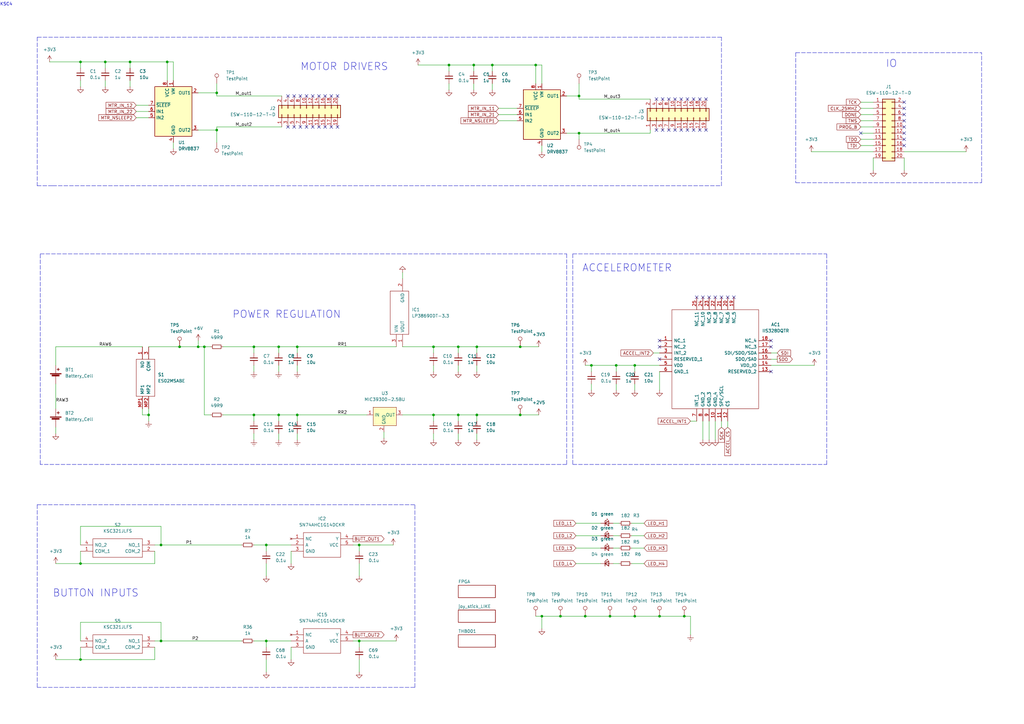
<source format=kicad_sch>
(kicad_sch (version 20211123) (generator eeschema)
  (paper "A3")
  (title_block (title "IPC Design Competition 2023") (rev "1"))
  (junction (at 270.51 252.73))
  (junction (at 187.96 142.24))
  (junction (at 147.32 262.89))
  (junction (at 184.15 26.67))
  (junction (at 43.18 25.4))
  (junction (at 83.82 142.24))
  (junction (at 195.58 170.18))
  (junction (at 222.25 252.73))
  (junction (at 242.57 149.86))
  (junction (at 73.66 142.24))
  (junction (at 213.36 170.18))
  (junction (at 104.14 142.24))
  (junction (at 195.58 142.24))
  (junction (at 53.34 25.4))
  (junction (at 237.49 54.61))
  (junction (at 147.32 223.52))
  (junction (at 66.04 223.52))
  (junction (at 81.28 142.24))
  (junction (at 252.73 149.86))
  (junction (at 88.9 53.34))
  (junction (at 109.22 262.89))
  (junction (at 88.9 38.1))
  (junction (at 219.71 26.67))
  (junction (at 109.22 223.52))
  (junction (at 240.03 252.73))
  (junction (at 213.36 142.24))
  (junction (at 177.8 170.18))
  (junction (at 121.92 170.18))
  (junction (at 66.04 262.89))
  (junction (at 33.02 270.51))
  (junction (at 260.35 149.86))
  (junction (at 33.02 25.4))
  (junction (at 33.02 231.14))
  (junction (at 104.14 170.18))
  (junction (at 194.31 26.67))
  (junction (at 114.3 170.18))
  (junction (at 60.96 170.18))
  (junction (at 68.58 25.4))
  (junction (at 250.19 252.73))
  (junction (at 187.96 170.18))
  (junction (at 260.35 252.73))
  (junction (at 201.93 26.67))
  (junction (at 114.3 142.24))
  (junction (at 177.8 142.24))
  (junction (at 229.87 252.73))
  (junction (at 280.67 252.73))
  (junction (at 237.49 39.37))
  (junction (at 121.92 142.24))
  (no_connect (at 271.78 40.64))
  (no_connect (at 370.84 46.99))
  (no_connect (at 274.32 53.34))
  (no_connect (at 276.86 53.34))
  (no_connect (at 353.06 54.61))
  (no_connect (at 289.56 53.34))
  (no_connect (at 279.4 40.64))
  (no_connect (at 284.48 53.34))
  (no_connect (at 285.75 121.92))
  (no_connect (at 370.84 44.45))
  (no_connect (at 271.78 53.34))
  (no_connect (at 316.23 152.4))
  (no_connect (at 270.51 147.32))
  (no_connect (at 370.84 49.53))
  (no_connect (at 279.4 53.34))
  (no_connect (at 269.24 53.34))
  (no_connect (at 370.84 54.61))
  (no_connect (at 370.84 41.91))
  (no_connect (at 123.19 39.37))
  (no_connect (at 118.11 39.37))
  (no_connect (at 120.65 39.37))
  (no_connect (at 370.84 57.15))
  (no_connect (at 128.27 39.37))
  (no_connect (at 130.81 39.37))
  (no_connect (at 125.73 39.37))
  (no_connect (at 133.35 52.07))
  (no_connect (at 135.89 39.37))
  (no_connect (at 138.43 52.07))
  (no_connect (at 135.89 52.07))
  (no_connect (at 130.81 52.07))
  (no_connect (at 138.43 39.37))
  (no_connect (at 128.27 52.07))
  (no_connect (at 118.11 52.07))
  (no_connect (at 125.73 52.07))
  (no_connect (at 123.19 52.07))
  (no_connect (at 120.65 52.07))
  (no_connect (at 133.35 39.37))
  (no_connect (at 269.24 40.64))
  (no_connect (at 284.48 40.64))
  (no_connect (at 274.32 40.64))
  (no_connect (at 289.56 40.64))
  (no_connect (at 290.83 121.92))
  (no_connect (at 293.37 121.92))
  (no_connect (at 295.91 121.92))
  (no_connect (at 298.45 121.92))
  (no_connect (at 300.99 121.92))
  (no_connect (at 288.29 121.92))
  (no_connect (at 316.23 139.7))
  (no_connect (at 316.23 142.24))
  (no_connect (at 270.51 139.7))
  (no_connect (at 270.51 142.24))
  (no_connect (at 287.02 53.34))
  (no_connect (at 276.86 40.64))
  (no_connect (at 370.84 52.07))
  (no_connect (at 287.02 40.64))
  (no_connect (at 281.94 40.64))
  (no_connect (at 281.94 53.34))
  (no_connect (at 370.84 59.69))
  (wire (pts (xy 20.32 25.4) (xy 33.02 25.4)))
  (wire (pts (xy 195.58 177.8) (xy 195.58 180.34)))
  (wire (pts (xy 195.58 170.18) (xy 213.36 170.18)))
  (wire (pts (xy 290.83 180.34) (xy 290.83 172.72)))
  (wire (pts (xy 288.29 180.34) (xy 288.29 172.72)))
  (wire (pts (xy 43.18 33.02) (xy 43.18 35.56)))
  (wire (pts (xy 58.42 167.64) (xy 58.42 170.18)))
  (wire (pts (xy 53.34 25.4) (xy 68.58 25.4)))
  (wire (pts (xy 283.21 252.73) (xy 280.67 252.73)))
  (wire (pts (xy 33.02 33.02) (xy 33.02 35.56)))
  (wire (pts (xy 104.14 170.18) (xy 114.3 170.18)))
  (wire (pts (xy 316.23 144.78) (xy 318.77 144.78)))
  (wire (pts (xy 83.82 142.24) (xy 83.82 170.18)))
  (wire (pts (xy 71.12 58.42) (xy 71.12 60.96)))
  (wire (pts (xy 104.14 149.86) (xy 104.14 152.4)))
  (wire (pts (xy 237.49 54.61) (xy 266.7 54.61)))
  (wire (pts (xy 283.21 260.35) (xy 283.21 252.73)))
  (wire (pts (xy 260.35 149.86) (xy 270.51 149.86)))
  (wire (pts (xy 33.02 270.51) (xy 33.02 265.43)))
  (wire (pts (xy 121.92 177.8) (xy 121.92 180.34)))
  (wire (pts (xy 177.8 172.72) (xy 177.8 170.18)))
  (wire (pts (xy 115.57 52.07) (xy 88.9 52.07)))
  (wire (pts (xy 201.93 34.29) (xy 201.93 36.83)))
  (wire (pts (xy 353.06 46.99) (xy 358.14 46.99)))
  (wire (pts (xy 259.08 231.14) (xy 264.16 231.14)))
  (wire (pts (xy 232.41 39.37) (xy 237.49 39.37)))
  (wire (pts (xy 260.35 152.4) (xy 260.35 149.86)))
  (wire (pts (xy 114.3 142.24) (xy 121.92 142.24)))
  (wire (pts (xy 66.04 223.52) (xy 63.5 223.52)))
  (wire (pts (xy 58.42 170.18) (xy 60.96 170.18)))
  (wire (pts (xy 187.96 170.18) (xy 187.96 172.72)))
  (wire (pts (xy 187.96 149.86) (xy 187.96 152.4)))
  (polyline (pts (xy 15.24 207.01) (xy 15.24 281.94)))
  (wire (pts (xy 213.36 142.24) (xy 220.98 142.24)))
  (wire (pts (xy 251.46 231.14) (xy 254 231.14)))
  (wire (pts (xy 88.9 34.29) (xy 88.9 38.1)))
  (wire (pts (xy 353.06 54.61) (xy 358.14 54.61)))
  (wire (pts (xy 358.14 64.77) (xy 358.14 69.85)))
  (wire (pts (xy 109.22 275.59) (xy 109.22 270.51)))
  (wire (pts (xy 270.51 252.73) (xy 280.67 252.73)))
  (wire (pts (xy 260.35 252.73) (xy 270.51 252.73)))
  (wire (pts (xy 237.49 57.15) (xy 237.49 54.61)))
  (wire (pts (xy 114.3 149.86) (xy 114.3 152.4)))
  (wire (pts (xy 187.96 142.24) (xy 187.96 144.78)))
  (wire (pts (xy 43.18 25.4) (xy 43.18 27.94)))
  (wire (pts (xy 147.32 275.59) (xy 147.32 270.51)))
  (wire (pts (xy 184.15 26.67) (xy 194.31 26.67)))
  (wire (pts (xy 71.12 25.4) (xy 71.12 33.02)))
  (polyline (pts (xy 326.39 74.93) (xy 402.59 74.93)))
  (wire (pts (xy 22.86 142.24) (xy 58.42 142.24)))
  (wire (pts (xy 121.92 172.72) (xy 121.92 170.18)))
  (polyline (pts (xy 295.91 15.24) (xy 15.24 15.24)))
  (wire (pts (xy 144.78 262.89) (xy 147.32 262.89)))
  (wire (pts (xy 104.14 144.78) (xy 104.14 142.24)))
  (wire (pts (xy 222.25 257.81) (xy 222.25 252.73)))
  (wire (pts (xy 147.32 223.52) (xy 161.29 223.52)))
  (wire (pts (xy 240.03 149.86) (xy 242.57 149.86)))
  (wire (pts (xy 33.02 27.94) (xy 33.02 25.4)))
  (polyline (pts (xy 16.51 104.14) (xy 232.41 104.14)))
  (wire (pts (xy 60.96 167.64) (xy 60.96 170.18)))
  (wire (pts (xy 68.58 25.4) (xy 71.12 25.4)))
  (wire (pts (xy 33.02 215.9) (xy 66.04 215.9)))
  (wire (pts (xy 187.96 170.18) (xy 195.58 170.18)))
  (wire (pts (xy 353.06 49.53) (xy 358.14 49.53)))
  (wire (pts (xy 260.35 157.48) (xy 260.35 160.02)))
  (wire (pts (xy 109.22 262.89) (xy 119.38 262.89)))
  (wire (pts (xy 66.04 262.89) (xy 63.5 262.89)))
  (wire (pts (xy 22.86 270.51) (xy 33.02 270.51)))
  (wire (pts (xy 242.57 149.86) (xy 252.73 149.86)))
  (wire (pts (xy 229.87 252.73) (xy 240.03 252.73)))
  (wire (pts (xy 165.1 170.18) (xy 177.8 170.18)))
  (wire (pts (xy 55.88 48.26) (xy 60.96 48.26)))
  (wire (pts (xy 66.04 255.27) (xy 66.04 262.89)))
  (wire (pts (xy 114.3 142.24) (xy 114.3 144.78)))
  (wire (pts (xy 33.02 231.14) (xy 33.02 226.06)))
  (wire (pts (xy 222.25 252.73) (xy 229.87 252.73)))
  (wire (pts (xy 66.04 262.89) (xy 99.06 262.89)))
  (wire (pts (xy 177.8 177.8) (xy 177.8 180.34)))
  (wire (pts (xy 53.34 27.94) (xy 53.34 25.4)))
  (wire (pts (xy 73.66 142.24) (xy 81.28 142.24)))
  (wire (pts (xy 91.44 170.18) (xy 104.14 170.18)))
  (polyline (pts (xy 15.24 15.24) (xy 15.24 76.2)))
  (wire (pts (xy 104.14 262.89) (xy 109.22 262.89)))
  (wire (pts (xy 237.49 40.64) (xy 237.49 39.37)))
  (wire (pts (xy 109.22 223.52) (xy 119.38 223.52)))
  (wire (pts (xy 33.02 231.14) (xy 63.5 231.14)))
  (wire (pts (xy 251.46 214.63) (xy 254 214.63)))
  (wire (pts (xy 88.9 39.37) (xy 88.9 38.1)))
  (wire (pts (xy 147.32 262.89) (xy 147.32 265.43)))
  (wire (pts (xy 81.28 142.24) (xy 83.82 142.24)))
  (wire (pts (xy 22.86 167.64) (xy 22.86 157.48)))
  (polyline (pts (xy 21.59 76.2) (xy 295.91 76.2)))
  (wire (pts (xy 213.36 170.18) (xy 220.98 170.18)))
  (wire (pts (xy 88.9 52.07) (xy 88.9 53.34)))
  (wire (pts (xy 283.21 172.72) (xy 285.75 172.72)))
  (wire (pts (xy 201.93 29.21) (xy 201.93 26.67)))
  (wire (pts (xy 121.92 142.24) (xy 121.92 144.78)))
  (wire (pts (xy 109.22 236.22) (xy 109.22 231.14)))
  (wire (pts (xy 119.38 270.51) (xy 119.38 265.43)))
  (wire (pts (xy 219.71 252.73) (xy 222.25 252.73)))
  (wire (pts (xy 162.56 142.24) (xy 121.92 142.24)))
  (wire (pts (xy 237.49 34.29) (xy 237.49 39.37)))
  (wire (pts (xy 114.3 170.18) (xy 114.3 172.72)))
  (wire (pts (xy 147.32 223.52) (xy 147.32 226.06)))
  (wire (pts (xy 195.58 149.86) (xy 195.58 152.4)))
  (wire (pts (xy 251.46 219.71) (xy 254 219.71)))
  (wire (pts (xy 353.06 59.69) (xy 358.14 59.69)))
  (wire (pts (xy 66.04 223.52) (xy 99.06 223.52)))
  (wire (pts (xy 177.8 142.24) (xy 187.96 142.24)))
  (wire (pts (xy 194.31 26.67) (xy 194.31 29.21)))
  (wire (pts (xy 66.04 215.9) (xy 66.04 223.52)))
  (wire (pts (xy 114.3 170.18) (xy 121.92 170.18)))
  (wire (pts (xy 259.08 214.63) (xy 264.16 214.63)))
  (wire (pts (xy 121.92 149.86) (xy 121.92 152.4)))
  (wire (pts (xy 177.8 144.78) (xy 177.8 142.24)))
  (polyline (pts (xy 402.59 74.93) (xy 402.59 21.59)))
  (wire (pts (xy 115.57 39.37) (xy 88.9 39.37)))
  (wire (pts (xy 204.47 49.53) (xy 212.09 49.53)))
  (wire (pts (xy 22.86 149.86) (xy 22.86 142.24)))
  (wire (pts (xy 332.74 62.23) (xy 358.14 62.23)))
  (wire (pts (xy 33.02 25.4) (xy 43.18 25.4)))
  (polyline (pts (xy 15.24 76.2) (xy 21.59 76.2)))
  (wire (pts (xy 109.22 262.89) (xy 109.22 265.43)))
  (polyline (pts (xy 326.39 21.59) (xy 402.59 21.59)))
  (wire (pts (xy 33.02 223.52) (xy 33.02 215.9)))
  (polyline (pts (xy 326.39 21.59) (xy 326.39 74.93)))
  (wire (pts (xy 63.5 265.43) (xy 63.5 270.51)))
  (wire (pts (xy 222.25 59.69) (xy 222.25 62.23)))
  (wire (pts (xy 53.34 33.02) (xy 53.34 35.56)))
  (wire (pts (xy 194.31 26.67) (xy 201.93 26.67)))
  (wire (pts (xy 266.7 40.64) (xy 237.49 40.64)))
  (wire (pts (xy 250.19 252.73) (xy 260.35 252.73)))
  (wire (pts (xy 298.45 172.72) (xy 298.45 175.26)))
  (wire (pts (xy 147.32 262.89) (xy 162.56 262.89)))
  (wire (pts (xy 83.82 170.18) (xy 86.36 170.18)))
  (wire (pts (xy 109.22 223.52) (xy 109.22 226.06)))
  (wire (pts (xy 242.57 157.48) (xy 242.57 160.02)))
  (polyline (pts (xy 232.41 190.5) (xy 16.51 190.5)))
  (wire (pts (xy 55.88 45.72) (xy 60.96 45.72)))
  (wire (pts (xy 171.45 26.67) (xy 184.15 26.67)))
  (wire (pts (xy 353.06 52.07) (xy 358.14 52.07)))
  (wire (pts (xy 252.73 157.48) (xy 252.73 160.02)))
  (wire (pts (xy 219.71 26.67) (xy 222.25 26.67)))
  (polyline (pts (xy 339.09 190.5) (xy 339.09 104.14)))
  (wire (pts (xy 201.93 26.67) (xy 219.71 26.67)))
  (wire (pts (xy 293.37 180.34) (xy 293.37 172.72)))
  (wire (pts (xy 22.86 231.14) (xy 33.02 231.14)))
  (wire (pts (xy 33.02 255.27) (xy 66.04 255.27)))
  (polyline (pts (xy 234.95 190.5) (xy 339.09 190.5)))
  (wire (pts (xy 147.32 236.22) (xy 147.32 231.14)))
  (wire (pts (xy 81.28 142.24) (xy 81.28 139.7)))
  (wire (pts (xy 270.51 160.02) (xy 270.51 152.4)))
  (wire (pts (xy 194.31 34.29) (xy 194.31 36.83)))
  (wire (pts (xy 184.15 29.21) (xy 184.15 26.67)))
  (wire (pts (xy 240.03 252.73) (xy 250.19 252.73)))
  (wire (pts (xy 144.78 223.52) (xy 147.32 223.52)))
  (wire (pts (xy 195.58 144.78) (xy 195.58 142.24)))
  (wire (pts (xy 266.7 54.61) (xy 266.7 53.34)))
  (wire (pts (xy 121.92 170.18) (xy 150.495 170.18)))
  (wire (pts (xy 60.96 170.18) (xy 60.96 172.72)))
  (wire (pts (xy 184.15 34.29) (xy 184.15 36.83)))
  (wire (pts (xy 157.48 177.165) (xy 157.48 179.705)))
  (wire (pts (xy 259.08 219.71) (xy 264.16 219.71)))
  (wire (pts (xy 177.8 170.18) (xy 187.96 170.18)))
  (wire (pts (xy 22.86 177.8) (xy 22.86 175.26)))
  (wire (pts (xy 81.28 53.34) (xy 88.9 53.34)))
  (wire (pts (xy 252.73 149.86) (xy 252.73 152.4)))
  (wire (pts (xy 219.71 26.67) (xy 219.71 34.29)))
  (wire (pts (xy 43.18 25.4) (xy 53.34 25.4)))
  (wire (pts (xy 88.9 58.42) (xy 88.9 53.34)))
  (wire (pts (xy 119.38 231.14) (xy 119.38 226.06)))
  (wire (pts (xy 316.23 147.32) (xy 318.77 147.32)))
  (wire (pts (xy 104.14 172.72) (xy 104.14 170.18)))
  (wire (pts (xy 353.06 57.15) (xy 358.14 57.15)))
  (wire (pts (xy 370.84 64.77) (xy 370.84 69.85)))
  (wire (pts (xy 232.41 54.61) (xy 237.49 54.61)))
  (wire (pts (xy 252.73 149.86) (xy 260.35 149.86)))
  (wire (pts (xy 222.25 26.67) (xy 222.25 34.29)))
  (wire (pts (xy 187.96 177.8) (xy 187.96 180.34)))
  (wire (pts (xy 114.3 177.8) (xy 114.3 180.34)))
  (polyline (pts (xy 295.91 76.2) (xy 295.91 15.24)))
  (wire (pts (xy 33.02 270.51) (xy 63.5 270.51)))
  (polyline (pts (xy 232.41 104.14) (xy 232.41 190.5)))
  (polyline (pts (xy 15.24 281.94) (xy 170.18 281.94)))
  (wire (pts (xy 33.02 262.89) (xy 33.02 255.27)))
  (wire (pts (xy 55.88 43.18) (xy 60.96 43.18)))
  (polyline (pts (xy 170.18 281.94) (xy 170.18 207.01)))
  (wire (pts (xy 104.14 177.8) (xy 104.14 180.34)))
  (wire (pts (xy 195.58 142.24) (xy 213.36 142.24)))
  (wire (pts (xy 236.22 231.14) (xy 246.38 231.14)))
  (wire (pts (xy 242.57 152.4) (xy 242.57 149.86)))
  (wire (pts (xy 236.22 219.71) (xy 246.38 219.71)))
  (wire (pts (xy 60.96 142.24) (xy 73.66 142.24)))
  (wire (pts (xy 187.96 142.24) (xy 195.58 142.24)))
  (wire (pts (xy 236.22 224.79) (xy 246.38 224.79)))
  (polyline (pts (xy 16.51 190.5) (xy 16.51 104.14)))
  (wire (pts (xy 177.8 149.86) (xy 177.8 152.4)))
  (wire (pts (xy 83.82 142.24) (xy 86.36 142.24)))
  (wire (pts (xy 316.23 149.86) (xy 334.01 149.86)))
  (wire (pts (xy 236.22 214.63) (xy 246.38 214.63)))
  (wire (pts (xy 204.47 46.99) (xy 212.09 46.99)))
  (wire (pts (xy 396.24 62.23) (xy 370.84 62.23)))
  (polyline (pts (xy 234.95 104.14) (xy 339.09 104.14)))
  (wire (pts (xy 165.1 142.24) (xy 177.8 142.24)))
  (wire (pts (xy 267.97 144.78) (xy 270.51 144.78)))
  (wire (pts (xy 353.06 44.45) (xy 358.14 44.45)))
  (wire (pts (xy 295.91 172.72) (xy 295.91 175.26)))
  (polyline (pts (xy 234.95 104.14) (xy 234.95 190.5)))
  (wire (pts (xy 81.28 38.1) (xy 88.9 38.1)))
  (wire (pts (xy 204.47 44.45) (xy 212.09 44.45)))
  (wire (pts (xy 259.08 224.79) (xy 264.16 224.79)))
  (wire (pts (xy 195.58 172.72) (xy 195.58 170.18)))
  (wire (pts (xy 165.1 114.3) (xy 165.1 111.76)))
  (wire (pts (xy 104.14 142.24) (xy 114.3 142.24)))
  (polyline (pts (xy 15.24 207.01) (xy 170.18 207.01)))
  (wire (pts (xy 63.5 226.06) (xy 63.5 231.14)))
  (wire (pts (xy 251.46 224.79) (xy 254 224.79)))
  (wire (pts (xy 68.58 25.4) (xy 68.58 33.02)))
  (wire (pts (xy 104.14 223.52) (xy 109.22 223.52)))
  (wire (pts (xy 353.06 41.91) (xy 358.14 41.91)))
  (wire (pts (xy 91.44 142.24) (xy 104.14 142.24)))
  (text "KSC4" (at 0 2.54 0) (effects (font (size 1.27 1.27)) (justify left bottom)))
  (text "IO" (at 363.22 27.94 0) (effects (font (size 3 3)) (justify left bottom)))
  (text "ACCELEROMETER\n" (at 238.76 111.76 0) (effects (font (size 3 3)) (justify left bottom)))
  (text "BUTTON INPUTS" (at 21.59 245.11 0) (effects (font (size 3 3)) (justify left bottom)))
  (text "POWER REGULATION" (at 95.25 130.81 0) (effects (font (size 3 3)) (justify left bottom)))
  (text "MOTOR DRIVERS" (at 123.19 29.21 0) (effects (font (size 3 3)) (justify left bottom)))
  (label "RAW3" (at 22.86 165.1 0))
  (label "P2" (at 78.74 262.89 0))
  (label "RAW6" (at 40.64 142.24 0))
  (label "M_out2" (at 96.52 52.07 0))
  (label "M_out1" (at 96.52 39.37 0))
  (label "P1" (at 76.2 223.52 0))
  (label "RR1" (at 138.43 142.24 0))
  (label "RR2" (at 138.43 170.18 0))
  (label "M_out4" (at 247.65 54.61 0))
  (label "M_out3" (at 247.65 40.64 0))
  (global_label "SDO" (shape output) (at 318.77 147.32 0) (property "Intersheet References" "${INTERSHEET_REFS}" (effects hide)))
  (global_label "SCK" (shape input) (at 295.91 175.26 270) (property "Intersheet References" "${INTERSHEET_REFS}" (effects hide)))
  (global_label "MTR_IN_22" (shape input) (at 55.88 45.72 180) (property "Intersheet References" "${INTERSHEET_REFS}" (effects hide)))
  (global_label "LED_L2" (shape input) (at 236.22 219.71 180) (property "Intersheet References" "${INTERSHEET_REFS}" (effects hide)))
  (global_label "LED_H2" (shape input) (at 264.16 219.71 0) (property "Intersheet References" "${INTERSHEET_REFS}" (effects hide)))
  (global_label "LED_H3" (shape input) (at 264.16 224.79 0) (property "Intersheet References" "${INTERSHEET_REFS}" (effects hide)))
  (global_label "LED_L4" (shape input) (at 236.22 231.14 180) (property "Intersheet References" "${INTERSHEET_REFS}" (effects hide)))
  (global_label "ACCEL_INT1" (shape input) (at 283.21 172.72 180) (property "Intersheet References" "${INTERSHEET_REFS}" (effects hide)))
  (global_label "LED_L1" (shape input) (at 236.22 214.63 180) (property "Intersheet References" "${INTERSHEET_REFS}" (effects hide)))
  (global_label "MTR_IN_11" (shape input) (at 204.47 44.45 180) (property "Intersheet References" "${INTERSHEET_REFS}" (effects hide)))
  (global_label "MTR_IN_21" (shape input) (at 204.47 46.99 180) (property "Intersheet References" "${INTERSHEET_REFS}" (effects hide)))
  (global_label "TMS" (shape input) (at 353.06 49.53 180) (property "Intersheet References" "${INTERSHEET_REFS}" (effects hide)))
  (global_label "BUTT_OUT1" (shape output) (at 144.78 220.98 0) (property "Intersheet References" "${INTERSHEET_REFS}" (effects hide)))
  (global_label "CLK_25MHZ" (shape input) (at 353.06 44.45 180) (property "Intersheet References" "${INTERSHEET_REFS}" (effects hide)))
  (global_label "TDI" (shape input) (at 353.06 59.69 180) (property "Intersheet References" "${INTERSHEET_REFS}" (effects hide)))
  (global_label "ACCEL_INT2" (shape input) (at 267.97 144.78 180) (property "Intersheet References" "${INTERSHEET_REFS}" (effects hide)))
  (global_label "LED_H1" (shape input) (at 264.16 214.63 0) (property "Intersheet References" "${INTERSHEET_REFS}" (effects hide)))
  (global_label "ACCEL_CS" (shape input) (at 298.45 175.26 270) (property "Intersheet References" "${INTERSHEET_REFS}" (effects hide)))
  (global_label "MTR_NSLEEP2" (shape input) (at 55.88 48.26 180) (property "Intersheet References" "${INTERSHEET_REFS}" (effects hide)))
  (global_label "TCK" (shape input) (at 353.06 41.91 180) (property "Intersheet References" "${INTERSHEET_REFS}" (effects hide)))
  (global_label "TDO" (shape input) (at 353.06 57.15 180) (property "Intersheet References" "${INTERSHEET_REFS}" (effects hide)))
  (global_label "PROG_B" (shape input) (at 353.06 52.07 180) (property "Intersheet References" "${INTERSHEET_REFS}" (effects hide)))
  (global_label "LED_H4" (shape input) (at 264.16 231.14 0) (property "Intersheet References" "${INTERSHEET_REFS}" (effects hide)))
  (global_label "SDI" (shape input) (at 318.77 144.78 0) (property "Intersheet References" "${INTERSHEET_REFS}" (effects hide)))
  (global_label "MTR_NSLEEP1" (shape input) (at 204.47 49.53 180) (property "Intersheet References" "${INTERSHEET_REFS}" (effects hide)))
  (global_label "LED_L3" (shape input) (at 236.22 224.79 180) (property "Intersheet References" "${INTERSHEET_REFS}" (effects hide)))
  (global_label "DONE" (shape input) (at 353.06 46.99 180) (property "Intersheet References" "${INTERSHEET_REFS}" (effects hide)))
  (global_label "MTR_IN_12" (shape input) (at 55.88 43.18 180) (property "Intersheet References" "${INTERSHEET_REFS}" (effects hide)))
  (global_label "BUTT_OUT2" (shape output) (at 144.78 260.35 0) (property "Intersheet References" "${INTERSHEET_REFS}" (effects hide)))
  (symbol (lib_id "Device:LED_Small") (at 248.92 224.79 0) (unit 1)
    (property "Reference" "D3" (at 243.84 220.98 0))
    (property "Value" "green" (at 248.9835 220.98 0))
    (property "Footprint" "LED_SMD:LED_0805_2012Metric" (effects hide))
    (property "Mouser" "https://eu.mouser.com/ProductDetail/Bivar/SM0805UGC?qs=hWDdE2Pc5RDv0TLt7dDzlw%3D%3D" (effects hide))
  )
  (symbol (lib_id "Connector:TestPoint") (at 237.49 34.29 0) (unit 1)
    (property "Reference" "TP3" (at 241.3 29.7179 0) (effects (justify left)))
    (property "Value" "TestPoint" (at 241.3 32.2579 0) (effects (justify left)))
    (property "Footprint" "Z_mycustom_footprint_lib:5015 Keystone Electronics" (effects hide))
    (property "Mouser" "https://eu.mouser.com/ProductDetail/Keystone-Electronics/5015?qs=qOqV1E1P08ShW56PtUq2FA%3D%3D" (effects hide))
  )
  (symbol (lib_id "Connector:TestPoint") (at 229.87 252.73 0) (unit 1)
    (property "Reference" "TP9" (at 226.06 243.84 0) (effects (justify left)))
    (property "Value" "TestPoint" (at 226.06 246.38 0) (effects (justify left)))
    (property "Footprint" "Z_mycustom_footprint_lib:5015 Keystone Electronics" (effects hide))
    (property "Mouser" "https://eu.mouser.com/ProductDetail/Keystone-Electronics/5015?qs=qOqV1E1P08ShW56PtUq2FA%3D%3D" (effects hide))
  )
  (symbol (lib_id "Device:C_Small") (at 195.58 175.26 0) (unit 1)
    (property "Reference" "C18" (at 199.39 173.9962 0) (effects (justify left)))
    (property "Value" "10u" (at 199.39 176.5362 0) (effects (justify left)))
    (property "Footprint" "Capacitor_Tantalum_SMD:CP_EIA-7343-31_Kemet-D" (effects hide))
    (property "Mouser" "https://www.mouser.co.uk/ProductDetail/KEMET/T491D106M035AT?qs=vBdi40og3vYMGjbj1Z6Lqg%3D%3D" (effects hide))
  )
  (symbol (lib_id "power:Earth") (at 104.14 152.4 0) (unit 1)
    (property "Reference" "#PWR018" (effects hide))
    (property "Value" "Earth" (effects hide))
  )
  (symbol (lib_id "Connector:TestPoint") (at 88.9 34.29 0) (unit 1)
    (property "Reference" "TP1" (at 92.71 29.7179 0) (effects (justify left)))
    (property "Value" "TestPoint" (at 92.71 32.2579 0) (effects (justify left)))
    (property "Footprint" "Z_mycustom_footprint_lib:5015 Keystone Electronics" (effects hide))
    (property "Mouser" "https://eu.mouser.com/ProductDetail/Keystone-Electronics/5015?qs=qOqV1E1P08ShW56PtUq2FA%3D%3D" (effects hide))
  )
  (symbol (lib_id "power:+6V") (at 81.28 139.7 0) (unit 1)
    (property "Reference" "#PWR016" (effects hide))
    (property "Value" "+6V" (at 81.28 134.62 0))
  )
  (symbol (lib_id "power:GND") (at 288.29 180.34 0) (unit 1) (in_bom no)
    (property "Reference" "#PWR042" (effects hide))
    (property "Value" "GND" (effects hide))
  )
  (symbol (lib_id "power:GND") (at 53.34 35.56 0) (unit 1) (in_bom no)
    (property "Reference" "#PWR04" (effects hide))
    (property "Value" "GND" (effects hide))
  )
  (symbol (lib_id "Device:C_Small") (at 109.22 267.97 0) (unit 1)
    (property "Reference" "C68" (at 113.03 266.7062 0) (effects (justify left)))
    (property "Value" "0.1u" (at 113.03 269.2462 0) (effects (justify left)))
    (property "Footprint" "Capacitor_SMD:C_0805_2012Metric" (effects hide))
    (property "Mouser" "https://eu.mouser.com/ProductDetail/KEMET/C0805C104K5RACTU?qs=Pc30aiB8zWUISNb2Qeyxfw%3D%3D" (effects hide))
  )
  (symbol (lib_id "Device:C_Small") (at 195.58 147.32 0) (unit 1)
    (property "Reference" "C12" (at 199.39 146.0562 0) (effects (justify left)))
    (property "Value" "10u" (at 199.39 148.5962 0) (effects (justify left)))
    (property "Footprint" "Capacitor_Tantalum_SMD:CP_EIA-7343-31_Kemet-D" (effects hide))
    (property "Mouser" "https://www.mouser.co.uk/ProductDetail/KEMET/T491D106M035AT?qs=vBdi40og3vYMGjbj1Z6Lqg%3D%3D" (effects hide))
  )
  (symbol (lib_id "Connector:TestPoint") (at 213.36 170.18 0) (unit 1)
    (property "Reference" "TP7" (at 209.55 161.29 0) (effects (justify left)))
    (property "Value" "TestPoint" (at 209.55 163.83 0) (effects (justify left)))
    (property "Footprint" "Z_mycustom_footprint_lib:5015 Keystone Electronics" (effects hide))
    (property "Mouser" "https://eu.mouser.com/ProductDetail/Keystone-Electronics/5015?qs=qOqV1E1P08ShW56PtUq2FA%3D%3D" (effects hide))
  )
  (symbol (lib_id "power:+3V3") (at 20.32 25.4 0) (unit 1)
    (property "Reference" "#PWR01" (effects hide))
    (property "Value" "+3V3" (at 20.32 20.32 0))
  )
  (symbol (lib_id "power:+2V5") (at 220.98 170.18 0) (unit 1)
    (property "Reference" "#PWR024" (effects hide))
    (property "Value" "+2V5" (at 220.98 165.1 0))
  )
  (symbol (lib_id "power:GND") (at 195.58 180.34 0) (unit 1) (in_bom no)
    (property "Reference" "#PWR032" (effects hide))
    (property "Value" "GND" (effects hide))
  )
  (symbol (lib_id "Connector_Generic:Conn_02x10_Odd_Even") (at 276.86 48.26 90) (unit 1)
    (property "Reference" "J3" (at 264.16 45.7199 90) (effects (justify left)))
    (property "Value" "ESW-110-12-T-D" (at 264.16 48.2599 90) (effects (justify left)))
    (property "Footprint" "Connector_PinHeader_2.54mm:PinHeader_2x10_P2.54mm_Vertical" (effects hide))
    (property "Mouser" "https://eu.mouser.com/ProductDetail/Samtec/ESW-110-12-T-D?qs=0lQeLiL1qyaxbVJA%252B8bbhw%3D%3D" (effects hide))
  )
  (symbol (lib_id "power:GND") (at 157.48 179.705 0) (unit 1) (in_bom no)
    (property "Reference" "#PWR026" (effects hide))
    (property "Value" "GND" (effects hide))
  )
  (symbol (lib_id "power:GND") (at 109.22 275.59 0) (unit 1) (in_bom no)
    (property "Reference" "#PWR0144" (effects hide))
    (property "Value" "GND" (effects hide))
  )
  (symbol (lib_id "Device:C_Small") (at 104.14 147.32 0) (unit 1)
    (property "Reference" "C7" (at 107.95 146.0562 0) (effects (justify left)))
    (property "Value" "0.1u" (at 107.95 148.5962 0) (effects (justify left)))
    (property "Footprint" "Capacitor_SMD:C_0805_2012Metric" (effects hide))
    (property "Mouser" "https://eu.mouser.com/ProductDetail/KEMET/C0805C104K5RACTU?qs=Pc30aiB8zWUISNb2Qeyxfw%3D%3D" (effects hide))
  )
  (symbol (lib_id "SamacSys_Parts:LP38690DT-3.3") (at 165.1 142.24 270) (mirror x) (unit 1)
    (property "Reference" "IC1" (at 168.91 126.9999 90) (effects (justify left)))
    (property "Value" "LP38690DT-3.3" (at 168.91 129.5399 90) (effects (justify left)))
    (property "Footprint" "TO228P1042X238-3N" (effects hide))
    (property "Description" "IC, LDO VOLT REG, 3.3V, 1A, TO-252" (effects hide))
    (property "Mouser Part Number" "926-LP38690DT-33" (effects hide))
    (property "Mouser Price/Stock" "https://www.mouser.co.uk/ProductDetail/Texas-Instruments/LP38690DT-33?qs=1FNqv8aZn1TQFYIknDkxBA%3D%3D" (effects hide))
    (property "Manufacturer_Name" "Texas Instruments" (effects hide))
    (property "Manufacturer_Part_Number" "LP38690DT-3.3" (effects hide))
  )
  (symbol (lib_id "power:+3V3") (at 22.86 270.51 0) (unit 1)
    (property "Reference" "#PWR0148" (effects hide))
    (property "Value" "+3V3" (at 22.86 265.43 0))
  )
  (symbol (lib_id "power:GND") (at 177.8 152.4 0) (unit 1) (in_bom no)
    (property "Reference" "#PWR021" (effects hide))
    (property "Value" "GND" (effects hide))
  )
  (symbol (lib_id "power:GND") (at 370.84 69.85 0) (mirror y) (unit 1) (in_bom no)
    (property "Reference" "#PWR013" (effects hide))
    (property "Value" "GND" (effects hide))
  )
  (symbol (lib_id "Device:R_Small") (at 101.6 262.89 90) (unit 1)
    (property "Reference" "R36" (at 101.6 257.175 90))
    (property "Value" "1k" (at 101.6 259.715 90))
    (property "Footprint" "Resistor_SMD:R_0805_2012Metric" (effects hide))
    (property "Mouser" "https://eu.mouser.com/ProductDetail/Vishay-Dale/CRCW08051K00FKEAC?qs=CZ6xfwOSLTXmQIgaYvN%2FBA%3D%3D" (effects hide))
  )
  (symbol (lib_id "power:Earth") (at 104.14 180.34 0) (unit 1)
    (property "Reference" "#PWR027" (effects hide))
    (property "Value" "Earth" (effects hide))
  )
  (symbol (lib_id "power:GND") (at 177.8 180.34 0) (unit 1) (in_bom no)
    (property "Reference" "#PWR030" (effects hide))
    (property "Value" "GND" (effects hide))
  )
  (symbol (lib_id "Connector:TestPoint") (at 88.9 58.42 180) (unit 1)
    (property "Reference" "TP2" (at 90.805 60.4519 0) (effects (justify right)))
    (property "Value" "TestPoint" (at 90.805 62.9919 0) (effects (justify right)))
    (property "Footprint" "Z_mycustom_footprint_lib:5015 Keystone Electronics" (effects hide))
    (property "Mouser" "https://eu.mouser.com/ProductDetail/Keystone-Electronics/5015?qs=qOqV1E1P08ShW56PtUq2FA%3D%3D" (effects hide))
  )
  (symbol (lib_id "Device:C_Small") (at 260.35 154.94 0) (unit 1)
    (property "Reference" "C21" (at 264.16 153.6762 0) (effects (justify left)))
    (property "Value" "10u" (at 264.16 156.2162 0) (effects (justify left)))
    (property "Footprint" "Capacitor_Tantalum_SMD:CP_EIA-7343-31_Kemet-D" (effects hide))
    (property "Mouser" "https://www.mouser.co.uk/ProductDetail/KEMET/T491D106M035AT?qs=vBdi40og3vYMGjbj1Z6Lqg%3D%3D" (effects hide))
  )
  (symbol (lib_id "Device:C_Small") (at 201.93 31.75 0) (unit 1)
    (property "Reference" "C6" (at 205.74 30.4862 0) (effects (justify left)))
    (property "Value" "10u" (at 205.74 33.0262 0) (effects (justify left)))
    (property "Footprint" "Capacitor_Tantalum_SMD:CP_EIA-7343-31_Kemet-D" (effects hide))
    (property "Mouser" "https://www.mouser.co.uk/ProductDetail/KEMET/T491D106M035AT?qs=vBdi40og3vYMGjbj1Z6Lqg%3D%3D" (effects hide))
  )
  (symbol (lib_id "power:+3V3") (at 396.24 62.23 0) (mirror y) (unit 1)
    (property "Reference" "#PWR011" (effects hide))
    (property "Value" "+3V3" (at 396.24 57.15 0))
  )
  (symbol (lib_id "power:GND") (at 260.35 160.02 0) (unit 1) (in_bom no)
    (property "Reference" "#PWR040" (effects hide))
    (property "Value" "GND" (effects hide))
  )
  (symbol (lib_id "power:Earth") (at 121.92 180.34 0) (unit 1)
    (property "Reference" "#PWR029" (effects hide))
    (property "Value" "Earth" (effects hide))
  )
  (symbol (lib_id "power:Earth") (at 114.3 152.4 0) (unit 1)
    (property "Reference" "#PWR019" (effects hide))
    (property "Value" "Earth" (effects hide))
  )
  (symbol (lib_id "Device:Battery_Cell") (at 22.86 154.94 0) (unit 1)
    (property "Reference" "BT1" (at 26.67 151.6379 0) (effects (justify left)))
    (property "Value" "Battery_Cell" (at 26.67 154.1779 0) (effects (justify left)))
    (property "Footprint" "Z_mycustom_footprint_lib:CR2032-BS-3-1-12P" (effects hide))
  )
  (symbol (lib_id "Connector_Generic:Conn_02x10_Odd_Even") (at 125.73 46.99 90) (unit 1)
    (property "Reference" "J2" (at 113.03 44.4499 90) (effects (justify left)))
    (property "Value" "ESW-110-12-T-D" (at 113.03 46.9899 90) (effects (justify left)))
    (property "Footprint" "Connector_PinHeader_2.54mm:PinHeader_2x10_P2.54mm_Vertical" (effects hide))
    (property "Mouser" "https://eu.mouser.com/ProductDetail/Samtec/ESW-110-12-T-D?qs=0lQeLiL1qyaxbVJA%252B8bbhw%3D%3D" (effects hide))
  )
  (symbol (lib_id "Device:C_Small") (at 187.96 147.32 0) (unit 1)
    (property "Reference" "C11" (at 191.77 146.0562 0) (effects (justify left)))
    (property "Value" "1u" (at 191.77 148.5962 0) (effects (justify left)))
    (property "Footprint" "Capacitor_SMD:C_0805_2012Metric" (effects hide))
    (property "Mouser" "https://eu.mouser.com/ProductDetail/Taiyo-Yuden/GMK212B7105KG-T?qs=I6KAKw0tg2xjJ7xFmFzpzA%3D%3D" (effects hide))
  )
  (symbol (lib_id "Device:C_Small") (at 121.92 175.26 0) (unit 1)
    (property "Reference" "C15" (at 125.73 173.9962 0) (effects (justify left)))
    (property "Value" "10u" (at 125.73 176.5362 0) (effects (justify left)))
    (property "Footprint" "Capacitor_Tantalum_SMD:CP_EIA-7343-31_Kemet-D" (effects hide))
    (property "Mouser" "https://www.mouser.co.uk/ProductDetail/KEMET/T491D106M035AT?qs=vBdi40og3vYMGjbj1Z6Lqg%3D%3D" (effects hide))
  )
  (symbol (lib_id "power:GND") (at 293.37 180.34 0) (unit 1) (in_bom no)
    (property "Reference" "#PWR044" (effects hide))
    (property "Value" "GND" (effects hide))
  )
  (symbol (lib_id "Connector_Generic:Conn_02x10_Odd_Even") (at 363.22 52.07 0) (unit 1)
    (property "Reference" "J1" (at 364.49 35.56 0))
    (property "Value" "ESW-110-12-T-D" (at 364.49 38.1 0))
    (property "Footprint" "Connector_PinHeader_2.54mm:PinHeader_2x10_P2.54mm_Vertical" (effects hide))
    (property "Mouser" "https://eu.mouser.com/ProductDetail/Samtec/ESW-110-12-T-D?qs=0lQeLiL1qyaxbVJA%252B8bbhw%3D%3D" (effects hide))
  )
  (symbol (lib_id "SamacSys_Parts:ES02MSABE") (at 60.96 142.24 270) (unit 1)
    (property "Reference" "S1" (at 64.77 153.6699 90) (effects (justify left)))
    (property "Value" "ES02MSABE" (at 64.77 156.2099 90) (effects (justify left)))
    (property "Footprint" "ES02MSABE" (effects hide))
    (property "Datasheet" "https://www.ckswitches.com/media/1421/es.pdf" (effects hide))
    (property "Description" "Slide Switches R/A SPST OFF-NONE-ON" (effects hide))
    (property "Height" "6.65" (effects hide))
    (property "Mouser Part Number" "611-ES02MSABE" (effects hide))
    (property "Mouser Price/Stock" "https://www.mouser.co.uk/ProductDetail/CK/ES02MSABE?qs=V0X8KZBlWwLZuTU6OqoG%2FQ%3D%3D" (effects hide))
    (property "Manufacturer_Name" "C & K COMPONENTS" (effects hide))
    (property "Manufacturer_Part_Number" "ES02MSABE" (effects hide))
  )
  (symbol (lib_id "Device:C_Small") (at 187.96 175.26 0) (unit 1)
    (property "Reference" "C17" (at 191.77 173.9962 0) (effects (justify left)))
    (property "Value" "1u" (at 191.77 176.5362 0) (effects (justify left)))
    (property "Footprint" "Capacitor_SMD:C_0805_2012Metric" (effects hide))
    (property "Mouser" "https://eu.mouser.com/ProductDetail/Taiyo-Yuden/GMK212B7105KG-T?qs=I6KAKw0tg2xjJ7xFmFzpzA%3D%3D" (effects hide))
  )
  (symbol (lib_id "power:Earth") (at 121.92 152.4 0) (unit 1)
    (property "Reference" "#PWR020" (effects hide))
    (property "Value" "Earth" (effects hide))
  )
  (symbol (lib_id "power:GND") (at 187.96 152.4 0) (unit 1) (in_bom no)
    (property "Reference" "#PWR022" (effects hide))
    (property "Value" "GND" (effects hide))
  )
  (symbol (lib_id "Device:R_Small") (at 88.9 142.24 90) (unit 1)
    (property "Reference" "R1" (at 88.9 135.89 90))
    (property "Value" "49R9" (at 88.9 138.43 90))
    (property "Footprint" "Resistor_SMD:R_2512_6332Metric" (effects hide))
    (property "Mouser" "https://eu.mouser.com/ProductDetail/Vishay-Dale/CRCW251249R9FKEG?qs=p42J4fh7taRzq5vbg81%2FBw%3D%3D" (effects hide))
  )
  (symbol (lib_id "SamacSys_Parts:SN74AHC1G14DCKR") (at 119.38 220.98 0) (unit 1)
    (property "Reference" "IC2" (at 132.08 212.725 0))
    (property "Value" "SN74AHC1G14DCKR" (at 132.08 215.265 0))
    (property "Footprint" "SOT65P210X110-5N" (effects hide))
    (property "Datasheet" "http://www.ti.com/lit/ds/symlink/sn74ahc1g14.pdf" (effects hide))
    (property "Description" "SN74AHC1G14DCK hex inverter w/schmitt" (effects hide))
    (property "Height" "1.1" (effects hide))
    (property "Mouser Part Number" "595-SN74AHC1G14DCKR" (effects hide))
    (property "Mouser Price/Stock" "https://www.mouser.co.uk/ProductDetail/Texas-Instruments/SN74AHC1G14DCKR?qs=YhsVCygOPE3cGMcDGKIISg%3D%3D" (effects hide))
    (property "Manufacturer_Name" "Texas Instruments" (effects hide))
    (property "Manufacturer_Part_Number" "SN74AHC1G14DCKR" (effects hide))
  )
  (symbol (lib_id "power:GND") (at 184.15 36.83 0) (unit 1) (in_bom no)
    (property "Reference" "#PWR07" (effects hide))
    (property "Value" "GND" (effects hide))
  )
  (symbol (lib_id "SamacSys_Parts:IIS328DQTR") (at 270.51 139.7 0) (unit 1)
    (property "Reference" "AC1" (at 318.135 133.1212 0))
    (property "Value" "IIS328DQTR" (at 318.135 135.6612 0))
    (property "Footprint" "QFN50P400X400X185-25N-D" (effects hide))
    (property "Datasheet" "https://www.st.com/resource/en/datasheet/iis328dq.pdf" (effects hide))
    (property "Description" "IIS328DQTR STMicroelectronics, 3-Axis Accelerometer, Serial-3 Wire, Serial-4 Wire, Serial-I2C, Serial-SPI, 24-Pin QFPN" (effects hide))
    (property "Height" "1.85" (effects hide))
    (property "Mouser Part Number" "511-IIS328DQTR" (effects hide))
    (property "Mouser Price/Stock" "https://www.mouser.co.uk/ProductDetail/STMicroelectronics/IIS328DQTR?qs=v3MacVxtdDJzgatCuHTcWQ%3D%3D" (effects hide))
    (property "Manufacturer_Name" "STMicroelectronics" (effects hide))
    (property "Manufacturer_Part_Number" "IIS328DQTR" (effects hide))
  )
  (symbol (lib_id "Connector:TestPoint") (at 250.19 252.73 0) (unit 1)
    (property "Reference" "TP11" (at 246.38 243.84 0) (effects (justify left)))
    (property "Value" "TestPoint" (at 246.38 246.38 0) (effects (justify left)))
    (property "Footprint" "Z_mycustom_footprint_lib:5015 Keystone Electronics" (effects hide))
    (property "Mouser" "https://eu.mouser.com/ProductDetail/Keystone-Electronics/5015?qs=qOqV1E1P08ShW56PtUq2FA%3D%3D" (effects hide))
  )
  (symbol (lib_id "My_custom_lib:MIC39300-2.5BU") (at 157.48 170.18 0) (unit 1)
    (property "Reference" "U3" (at 157.7975 161.29 0))
    (property "Value" "MIC39300-2.5BU" (at 157.7975 163.83 0))
    (property "Footprint" "Package_TO_SOT_SMD:TO-263-3_TabPin2" (effects hide))
  )
  (symbol (lib_id "Device:C_Small") (at 184.15 31.75 0) (unit 1)
    (property "Reference" "C4" (at 187.96 30.4862 0) (effects (justify left)))
    (property "Value" "0.1u" (at 187.96 33.0262 0) (effects (justify left)))
    (property "Footprint" "Capacitor_SMD:C_0805_2012Metric" (effects hide))
    (property "Mouser" "https://eu.mouser.com/ProductDetail/KEMET/C0805C104K5RACTU?qs=Pc30aiB8zWUISNb2Qeyxfw%3D%3D" (effects hide))
  )
  (symbol (lib_id "Device:R_Small") (at 256.54 214.63 90) (unit 1)
    (property "Reference" "R3" (at 260.985 211.455 90))
    (property "Value" "182" (at 256.54 211.455 90))
    (property "Footprint" "Resistor_SMD:R_0805_2012Metric" (effects hide))
    (property "Mouser" "https://eu.mouser.com/ProductDetail/Vishay-Dale/CRCW0805182RFKEAC?qs=E3Y5ESvWgWPHDrx%2FtXe5bA%3D%3D" (effects hide))
  )
  (symbol (lib_id "Connector:TestPoint") (at 240.03 252.73 0) (unit 1)
    (property "Reference" "TP10" (at 236.22 243.84 0) (effects (justify left)))
    (property "Value" "TestPoint" (at 236.22 246.38 0) (effects (justify left)))
    (property "Footprint" "Z_mycustom_footprint_lib:5015 Keystone Electronics" (effects hide))
    (property "Mouser" "https://eu.mouser.com/ProductDetail/Keystone-Electronics/5015?qs=qOqV1E1P08ShW56PtUq2FA%3D%3D" (effects hide))
  )
  (symbol (lib_id "power:GND") (at 165.1 111.76 180) (unit 1) (in_bom no)
    (property "Reference" "#PWR015" (effects hide))
    (property "Value" "GND" (effects hide))
  )
  (symbol (lib_id "Device:C_Small") (at 252.73 154.94 0) (unit 1)
    (property "Reference" "C20" (at 256.54 153.6762 0) (effects (justify left)))
    (property "Value" "1u" (at 256.54 156.2162 0) (effects (justify left)))
    (property "Footprint" "Capacitor_SMD:C_0805_2012Metric" (effects hide))
    (property "Mouser" "https://eu.mouser.com/ProductDetail/Taiyo-Yuden/GMK212B7105KG-T?qs=I6KAKw0tg2xjJ7xFmFzpzA%3D%3D" (effects hide))
  )
  (symbol (lib_id "Device:C_Small") (at 121.92 147.32 0) (unit 1)
    (property "Reference" "C9" (at 125.73 146.0562 0) (effects (justify left)))
    (property "Value" "10u" (at 125.73 148.5962 0) (effects (justify left)))
    (property "Footprint" "Capacitor_Tantalum_SMD:CP_EIA-7343-31_Kemet-D" (effects hide))
    (property "Mouser" "https://www.mouser.co.uk/ProductDetail/KEMET/T491D106M035AT?qs=vBdi40og3vYMGjbj1Z6Lqg%3D%3D" (effects hide))
  )
  (symbol (lib_id "Connector:TestPoint") (at 73.66 142.24 0) (unit 1)
    (property "Reference" "TP5" (at 69.85 133.35 0) (effects (justify left)))
    (property "Value" "TestPoint" (at 69.85 135.89 0) (effects (justify left)))
    (property "Footprint" "Z_mycustom_footprint_lib:5015 Keystone Electronics" (effects hide))
    (property "Mouser" "https://eu.mouser.com/ProductDetail/Keystone-Electronics/5015?qs=qOqV1E1P08ShW56PtUq2FA%3D%3D" (effects hide))
  )
  (symbol (lib_id "power:GND") (at 201.93 36.83 0) (unit 1) (in_bom no)
    (property "Reference" "#PWR09" (effects hide))
    (property "Value" "GND" (effects hide))
  )
  (symbol (lib_id "power:+3V3") (at 240.03 149.86 0) (unit 1)
    (property "Reference" "#PWR036" (effects hide))
    (property "Value" "+3V3" (at 240.03 144.78 0))
  )
  (symbol (lib_id "Device:LED_Small") (at 248.92 214.63 0) (unit 1)
    (property "Reference" "D1" (at 243.84 210.82 0))
    (property "Value" "green" (at 248.9835 210.82 0))
    (property "Footprint" "LED_SMD:LED_0805_2012Metric" (effects hide))
    (property "Mouser" "https://eu.mouser.com/ProductDetail/Bivar/SM0805UGC?qs=hWDdE2Pc5RDv0TLt7dDzlw%3D%3D" (effects hide))
  )
  (symbol (lib_id "power:Earth") (at 283.21 260.35 0) (unit 1)
    (property "Reference" "#PWR035" (effects hide))
    (property "Value" "Earth" (effects hide))
  )
  (symbol (lib_id "power:GND") (at 242.57 160.02 0) (unit 1) (in_bom no)
    (property "Reference" "#PWR038" (effects hide))
    (property "Value" "GND" (effects hide))
  )
  (symbol (lib_id "Connector:TestPoint") (at 213.36 142.24 0) (unit 1)
    (property "Reference" "TP6" (at 209.55 133.35 0) (effects (justify left)))
    (property "Value" "TestPoint" (at 209.55 135.89 0) (effects (justify left)))
    (property "Footprint" "Z_mycustom_footprint_lib:5015 Keystone Electronics" (effects hide))
    (property "Mouser" "https://eu.mouser.com/ProductDetail/Keystone-Electronics/5015?qs=qOqV1E1P08ShW56PtUq2FA%3D%3D" (effects hide))
  )
  (symbol (lib_id "Device:C_Small") (at 33.02 30.48 0) (unit 1)
    (property "Reference" "C1" (at 36.83 29.2162 0) (effects (justify left)))
    (property "Value" "0.1u" (at 36.83 31.7562 0) (effects (justify left)))
    (property "Footprint" "Capacitor_SMD:C_0805_2012Metric" (effects hide))
    (property "Mouser" "https://eu.mouser.com/ProductDetail/KEMET/C0805C104K5RACTU?qs=Pc30aiB8zWUISNb2Qeyxfw%3D%3D" (effects hide))
  )
  (symbol (lib_id "Device:C_Small") (at 53.34 30.48 0) (unit 1)
    (property "Reference" "C3" (at 57.15 29.2162 0) (effects (justify left)))
    (property "Value" "10u" (at 57.15 31.7562 0) (effects (justify left)))
    (property "Footprint" "Capacitor_Tantalum_SMD:CP_EIA-7343-31_Kemet-D" (effects hide))
    (property "Mouser" "https://www.mouser.co.uk/ProductDetail/KEMET/T491D106M035AT?qs=vBdi40og3vYMGjbj1Z6Lqg%3D%3D" (effects hide))
  )
  (symbol (lib_id "power:GND") (at 43.18 35.56 0) (unit 1) (in_bom no)
    (property "Reference" "#PWR03" (effects hide))
    (property "Value" "GND" (effects hide))
  )
  (symbol (lib_id "power:+3V3") (at 171.45 26.67 0) (unit 1)
    (property "Reference" "#PWR06" (effects hide))
    (property "Value" "+3V3" (at 171.45 21.59 0))
  )
  (symbol (lib_id "power:GND") (at 195.58 152.4 0) (unit 1) (in_bom no)
    (property "Reference" "#PWR023" (effects hide))
    (property "Value" "GND" (effects hide))
  )
  (symbol (lib_id "Device:C_Small") (at 147.32 267.97 0) (unit 1)
    (property "Reference" "C69" (at 151.13 266.7062 0) (effects (justify left)))
    (property "Value" "0.1u" (at 151.13 269.2462 0) (effects (justify left)))
    (property "Footprint" "Capacitor_SMD:C_0805_2012Metric" (effects hide))
    (property "Mouser" "https://eu.mouser.com/ProductDetail/KEMET/C0805C104K5RACTU?qs=Pc30aiB8zWUISNb2Qeyxfw%3D%3D" (effects hide))
  )
  (symbol (lib_id "SamacSys_Parts:KSC321JLFS") (at 33.02 262.89 0) (unit 1)
    (property "Reference" "S5" (at 48.26 254.635 0))
    (property "Value" "KSC321JLFS" (at 48.26 257.175 0))
    (property "Footprint" "KSC321JLFS" (effects hide))
    (property "Datasheet" "https://www.ckswitches.com/media/1459/ksc.pdf" (effects hide))
    (property "Description" "KSC321JLFS (Tactile Switches)" (effects hide))
    (property "Height" "3.47" (effects hide))
    (property "Mouser Part Number" "611-KSC321J-LFS" (effects hide))
    (property "Mouser Price/Stock" "https://www.mouser.co.uk/ProductDetail/CK/KSC321JLFS?qs=8LLMQjkBYsIZDH%252BTtW1QmA%3D%3D" (effects hide))
    (property "Manufacturer_Name" "C & K COMPONENTS" (effects hide))
    (property "Manufacturer_Part_Number" "KSC321JLFS" (effects hide))
  )
  (symbol (lib_id "power:GND") (at 71.12 60.96 0) (unit 1) (in_bom no)
    (property "Reference" "#PWR05" (effects hide))
    (property "Value" "GND" (effects hide))
  )
  (symbol (lib_id "Device:Battery_Cell") (at 22.86 172.72 0) (unit 1)
    (property "Reference" "BT2" (at 26.67 169.4179 0) (effects (justify left)))
    (property "Value" "Battery_Cell" (at 26.67 171.9579 0) (effects (justify left)))
    (property "Footprint" "Z_mycustom_footprint_lib:CR2032-BS-3-1-12P" (effects hide))
  )
  (symbol (lib_id "Connector:TestPoint") (at 219.71 252.73 0) (unit 1)
    (property "Reference" "TP8" (at 215.9 243.84 0) (effects (justify left)))
    (property "Value" "TestPoint" (at 215.9 246.38 0) (effects (justify left)))
    (property "Footprint" "Z_mycustom_footprint_lib:5015 Keystone Electronics" (effects hide))
    (property "Mouser" "https://eu.mouser.com/ProductDetail/Keystone-Electronics/5015?qs=qOqV1E1P08ShW56PtUq2FA%3D%3D" (effects hide))
  )
  (symbol (lib_id "power:+3V3") (at 220.98 142.24 0) (unit 1)
    (property "Reference" "#PWR017" (effects hide))
    (property "Value" "+3V3" (at 220.98 137.16 0))
  )
  (symbol (lib_id "power:GND") (at 358.14 69.85 0) (unit 1) (in_bom no)
    (property "Reference" "#PWR012" (effects hide))
    (property "Value" "GND" (effects hide))
  )
  (symbol (lib_id "power:GND") (at 22.86 177.8 0) (unit 1) (in_bom no)
    (property "Reference" "#PWR033" (effects hide))
    (property "Value" "GND" (effects hide))
  )
  (symbol (lib_id "power:Earth") (at 60.96 172.72 0) (unit 1)
    (property "Reference" "#PWR025" (effects hide))
    (property "Value" "Earth" (effects hide))
  )
  (symbol (lib_id "power:GND") (at 109.22 236.22 0) (unit 1) (in_bom no)
    (property "Reference" "#PWR048" (effects hide))
    (property "Value" "GND" (effects hide))
  )
  (symbol (lib_id "power:GND") (at 33.02 35.56 0) (unit 1) (in_bom no)
    (property "Reference" "#PWR02" (effects hide))
    (property "Value" "GND" (effects hide))
  )
  (symbol (lib_id "power:GND") (at 270.51 160.02 0) (unit 1) (in_bom no)
    (property "Reference" "#PWR041" (effects hide))
    (property "Value" "GND" (effects hide))
  )
  (symbol (lib_id "Device:R_Small") (at 88.9 170.18 90) (unit 1)
    (property "Reference" "R2" (at 88.9 163.83 90))
    (property "Value" "49R9" (at 88.9 166.37 90))
    (property "Footprint" "Resistor_SMD:R_2512_6332Metric" (effects hide))
    (property "Mouser" "https://eu.mouser.com/ProductDetail/Vishay-Dale/CRCW251249R9FKEG?qs=p42J4fh7taRzq5vbg81%2FBw%3D%3D" (effects hide))
  )
  (symbol (lib_id "Driver_Motor:DRV8837") (at 71.12 45.72 0) (unit 1)
    (property "Reference" "U1" (at 73.1394 58.42 0) (effects (justify left)))
    (property "Value" "DRV8837" (at 73.1394 60.96 0) (effects (justify left)))
    (property "Footprint" "Package_SON:WSON-8-1EP_2x2mm_P0.5mm_EP0.9x1.6mm" (effects hide))
    (property "Datasheet" "http://www.ti.com/lit/ds/symlink/drv8837.pdf" (effects hide))
    (property "Mouser" "https://eu.mouser.com/ProductDetail/Texas-Instruments/DRV8837DSGT?qs=FBI%252BX3tnPf2R89vLZ012vQ%3D%3D" (effects hide))
  )
  (symbol (lib_id "Connector:TestPoint") (at 237.49 57.15 180) (unit 1)
    (property "Reference" "TP4" (at 239.395 59.1819 0) (effects (justify right)))
    (property "Value" "TestPoint" (at 239.395 61.7219 0) (effects (justify right)))
    (property "Footprint" "Z_mycustom_footprint_lib:5015 Keystone Electronics" (effects hide))
    (property "Mouser" "https://eu.mouser.com/ProductDetail/Keystone-Electronics/5015?qs=qOqV1E1P08ShW56PtUq2FA%3D%3D" (effects hide))
  )
  (symbol (lib_id "SamacSys_Parts:SN74AHC1G14DCKR") (at 119.38 260.35 0) (unit 1)
    (property "Reference" "IC15" (at 132.08 252.095 0))
    (property "Value" "SN74AHC1G14DCKR" (at 132.08 254.635 0))
    (property "Footprint" "SOT65P210X110-5N" (effects hide))
    (property "Datasheet" "http://www.ti.com/lit/ds/symlink/sn74ahc1g14.pdf" (effects hide))
    (property "Description" "SN74AHC1G14DCK hex inverter w/schmitt" (effects hide))
    (property "Height" "1.1" (effects hide))
    (property "Mouser Part Number" "595-SN74AHC1G14DCKR" (effects hide))
    (property "Mouser Price/Stock" "https://www.mouser.co.uk/ProductDetail/Texas-Instruments/SN74AHC1G14DCKR?qs=YhsVCygOPE3cGMcDGKIISg%3D%3D" (effects hide))
    (property "Manufacturer_Name" "Texas Instruments" (effects hide))
    (property "Manufacturer_Part_Number" "SN74AHC1G14DCKR" (effects hide))
  )
  (symbol (lib_id "Device:C_Small") (at 114.3 175.26 0) (unit 1)
    (property "Reference" "C14" (at 118.11 173.9962 0) (effects (justify left)))
    (property "Value" "1u" (at 118.11 176.5362 0) (effects (justify left)))
    (property "Footprint" "Capacitor_SMD:C_0805_2012Metric" (effects hide))
    (property "Mouser" "https://eu.mouser.com/ProductDetail/Taiyo-Yuden/GMK212B7105KG-T?qs=I6KAKw0tg2xjJ7xFmFzpzA%3D%3D" (effects hide))
  )
  (symbol (lib_id "power:GND") (at 187.96 180.34 0) (unit 1) (in_bom no)
    (property "Reference" "#PWR031" (effects hide))
    (property "Value" "GND" (effects hide))
  )
  (symbol (lib_id "power:GND") (at 147.32 275.59 0) (unit 1) (in_bom no)
    (property "Reference" "#PWR0147" (effects hide))
    (property "Value" "GND" (effects hide))
  )
  (symbol (lib_id "Connector:TestPoint") (at 260.35 252.73 0) (unit 1)
    (property "Reference" "TP12" (at 256.54 243.84 0) (effects (justify left)))
    (property "Value" "TestPoint" (at 256.54 246.38 0) (effects (justify left)))
    (property "Footprint" "Z_mycustom_footprint_lib:5015 Keystone Electronics" (effects hide))
    (property "Mouser" "https://eu.mouser.com/ProductDetail/Keystone-Electronics/5015?qs=qOqV1E1P08ShW56PtUq2FA%3D%3D" (effects hide))
  )
  (symbol (lib_id "power:GND") (at 290.83 180.34 0) (unit 1) (in_bom no)
    (property "Reference" "#PWR043" (effects hide))
    (property "Value" "GND" (effects hide))
  )
  (symbol (lib_id "power:GND") (at 222.25 257.81 0) (unit 1) (in_bom no)
    (property "Reference" "#PWR034" (effects hide))
    (property "Value" "GND" (effects hide))
  )
  (symbol (lib_id "power:GND") (at 119.38 270.51 0) (unit 1) (in_bom no)
    (property "Reference" "#PWR0145" (effects hide))
    (property "Value" "GND" (effects hide))
  )
  (symbol (lib_id "power:GND") (at 222.25 62.23 0) (unit 1) (in_bom no)
    (property "Reference" "#PWR014" (effects hide))
    (property "Value" "GND" (effects hide))
  )
  (symbol (lib_id "Device:C_Small") (at 177.8 147.32 0) (unit 1)
    (property "Reference" "C10" (at 181.61 146.0562 0) (effects (justify left)))
    (property "Value" "0.1u" (at 181.61 148.5962 0) (effects (justify left)))
    (property "Footprint" "Capacitor_SMD:C_0805_2012Metric" (effects hide))
    (property "Mouser" "https://eu.mouser.com/ProductDetail/KEMET/C0805C104K5RACTU?qs=Pc30aiB8zWUISNb2Qeyxfw%3D%3D" (effects hide))
  )
  (symbol (lib_id "Device:C_Small") (at 104.14 175.26 0) (unit 1)
    (property "Reference" "C13" (at 107.95 173.9962 0) (effects (justify left)))
    (property "Value" "0.1u" (at 107.95 176.5362 0) (effects (justify left)))
    (property "Footprint" "Capacitor_SMD:C_0805_2012Metric" (effects hide))
    (property "Mouser" "https://eu.mouser.com/ProductDetail/KEMET/C0805C104K5RACTU?qs=Pc30aiB8zWUISNb2Qeyxfw%3D%3D" (effects hide))
  )
  (symbol (lib_id "Device:R_Small") (at 256.54 231.14 90) (unit 1)
    (property "Reference" "R6" (at 261.62 227.33 90))
    (property "Value" "182" (at 256.54 227.33 90))
    (property "Footprint" "Resistor_SMD:R_0805_2012Metric" (effects hide))
    (property "Mouser" "https://eu.mouser.com/ProductDetail/Vishay-Dale/CRCW0805182RFKEAC?qs=E3Y5ESvWgWPHDrx%2FtXe5bA%3D%3D" (effects hide))
  )
  (symbol (lib_id "Device:C_Small") (at 114.3 147.32 0) (unit 1)
    (property "Reference" "C8" (at 118.11 146.0562 0) (effects (justify left)))
    (property "Value" "1u" (at 118.11 148.5962 0) (effects (justify left)))
    (property "Footprint" "Capacitor_SMD:C_0805_2012Metric" (effects hide))
    (property "Mouser" "https://eu.mouser.com/ProductDetail/Taiyo-Yuden/GMK212B7105KG-T?qs=I6KAKw0tg2xjJ7xFmFzpzA%3D%3D" (effects hide))
  )
  (symbol (lib_id "SamacSys_Parts:KSC321JLFS") (at 33.02 223.52 0) (unit 1)
    (property "Reference" "S2" (at 48.26 215.265 0))
    (property "Value" "KSC321JLFS" (at 48.26 217.805 0))
    (property "Footprint" "KSC321JLFS" (effects hide))
    (property "Datasheet" "https://www.ckswitches.com/media/1459/ksc.pdf" (effects hide))
    (property "Description" "KSC321JLFS (Tactile Switches)" (effects hide))
    (property "Height" "3.47" (effects hide))
    (property "Mouser Part Number" "611-KSC321J-LFS" (effects hide))
    (property "Mouser Price/Stock" "https://www.mouser.co.uk/ProductDetail/CK/KSC321JLFS?qs=8LLMQjkBYsIZDH%252BTtW1QmA%3D%3D" (effects hide))
    (property "Manufacturer_Name" "C & K COMPONENTS" (effects hide))
    (property "Manufacturer_Part_Number" "KSC321JLFS" (effects hide))
  )
  (symbol (lib_id "Device:LED_Small") (at 248.92 219.71 0) (unit 1)
    (property "Reference" "D2" (at 243.84 216.535 0))
    (property "Value" "green" (at 248.92 216.535 0))
    (property "Footprint" "LED_SMD:LED_0805_2012Metric" (effects hide))
    (property "Mouser" "https://eu.mouser.com/ProductDetail/Bivar/SM0805UGC?qs=hWDdE2Pc5RDv0TLt7dDzlw%3D%3D" (effects hide))
  )
  (symbol (lib_id "Connector:TestPoint") (at 280.67 252.73 0) (unit 1)
    (property "Reference" "TP14" (at 276.86 243.84 0) (effects (justify left)))
    (property "Value" "TestPoint" (at 276.86 246.38 0) (effects (justify left)))
    (property "Footprint" "Z_mycustom_footprint_lib:5015 Keystone Electronics" (effects hide))
    (property "Mouser" "https://eu.mouser.com/ProductDetail/Keystone-Electronics/5015?qs=qOqV1E1P08ShW56PtUq2FA%3D%3D" (effects hide))
  )
  (symbol (lib_id "power:+3V3") (at 22.86 231.14 0) (unit 1)
    (property "Reference" "#PWR046" (effects hide))
    (property "Value" "+3V3" (at 22.86 226.06 0))
  )
  (symbol (lib_id "Device:C_Small") (at 147.32 228.6 0) (unit 1)
    (property "Reference" "C23" (at 151.13 227.3362 0) (effects (justify left)))
    (property "Value" "0.1u" (at 151.13 229.8762 0) (effects (justify left)))
    (property "Footprint" "Capacitor_SMD:C_0805_2012Metric" (effects hide))
    (property "Mouser" "https://eu.mouser.com/ProductDetail/KEMET/C0805C104K5RACTU?qs=Pc30aiB8zWUISNb2Qeyxfw%3D%3D" (effects hide))
  )
  (symbol (lib_id "Device:C_Small") (at 177.8 175.26 0) (unit 1)
    (property "Reference" "C16" (at 181.61 173.9962 0) (effects (justify left)))
    (property "Value" "0.1u" (at 181.61 176.5362 0) (effects (justify left)))
    (property "Footprint" "Capacitor_SMD:C_0805_2012Metric" (effects hide))
    (property "Mouser" "https://eu.mouser.com/ProductDetail/KEMET/C0805C104K5RACTU?qs=Pc30aiB8zWUISNb2Qeyxfw%3D%3D" (effects hide))
  )
  (symbol (lib_id "power:GND") (at 119.38 231.14 0) (unit 1) (in_bom no)
    (property "Reference" "#PWR047" (effects hide))
    (property "Value" "GND" (effects hide))
  )
  (symbol (lib_id "power:+3V3") (at 162.56 262.89 0) (unit 1)
    (property "Reference" "#PWR0146" (effects hide))
    (property "Value" "+3V3" (at 162.56 257.81 0))
  )
  (symbol (lib_id "power:GND") (at 252.73 160.02 0) (unit 1) (in_bom no)
    (property "Reference" "#PWR039" (effects hide))
    (property "Value" "GND" (effects hide))
  )
  (symbol (lib_id "Device:R_Small") (at 256.54 224.79 90) (unit 1)
    (property "Reference" "R5" (at 260.985 222.25 90))
    (property "Value" "182" (at 256.54 222.25 90))
    (property "Footprint" "Resistor_SMD:R_0805_2012Metric" (effects hide))
    (property "Mouser" "https://eu.mouser.com/ProductDetail/Vishay-Dale/CRCW0805182RFKEAC?qs=E3Y5ESvWgWPHDrx%2FtXe5bA%3D%3D" (effects hide))
  )
  (symbol (lib_id "Device:C_Small") (at 194.31 31.75 0) (unit 1)
    (property "Reference" "C5" (at 198.12 30.4862 0) (effects (justify left)))
    (property "Value" "1u" (at 198.12 33.0262 0) (effects (justify left)))
    (property "Footprint" "Capacitor_SMD:C_0805_2012Metric" (effects hide))
    (property "Mouser" "https://eu.mouser.com/ProductDetail/Taiyo-Yuden/GMK212B7105KG-T?qs=I6KAKw0tg2xjJ7xFmFzpzA%3D%3D" (effects hide))
  )
  (symbol (lib_id "power:GND") (at 194.31 36.83 0) (unit 1) (in_bom no)
    (property "Reference" "#PWR08" (effects hide))
    (property "Value" "GND" (effects hide))
  )
  (symbol (lib_id "Device:LED_Small") (at 248.92 231.14 0) (unit 1)
    (property "Reference" "D4" (at 243.84 227.33 0))
    (property "Value" "green" (at 248.9835 227.33 0))
    (property "Footprint" "LED_SMD:LED_0805_2012Metric" (effects hide))
    (property "Mouser" "https://eu.mouser.com/ProductDetail/Bivar/SM0805UGC?qs=hWDdE2Pc5RDv0TLt7dDzlw%3D%3D" (effects hide))
  )
  (symbol (lib_id "Device:R_Small") (at 256.54 219.71 90) (unit 1)
    (property "Reference" "R4" (at 260.35 217.17 90))
    (property "Value" "182" (at 256.54 216.535 90))
    (property "Footprint" "Resistor_SMD:R_0805_2012Metric" (effects hide))
    (property "Mouser" "https://eu.mouser.com/ProductDetail/Vishay-Dale/CRCW0805182RFKEAC?qs=E3Y5ESvWgWPHDrx%2FtXe5bA%3D%3D" (effects hide))
  )
  (symbol (lib_id "power:+3V3") (at 334.01 149.86 0) (unit 1)
    (property "Reference" "#PWR037" (effects hide))
    (property "Value" "+3V3" (at 334.01 144.78 0))
  )
  (symbol (lib_id "Driver_Motor:DRV8837") (at 222.25 46.99 0) (unit 1)
    (property "Reference" "U2" (at 224.2694 59.69 0) (effects (justify left)))
    (property "Value" "DRV8837" (at 224.2694 62.23 0) (effects (justify left)))
    (property "Footprint" "Package_SON:WSON-8-1EP_2x2mm_P0.5mm_EP0.9x1.6mm" (effects hide))
    (property "Datasheet" "http://www.ti.com/lit/ds/symlink/drv8837.pdf" (effects hide))
    (property "Mouser" "https://eu.mouser.com/ProductDetail/Texas-Instruments/DRV8837DSGT?qs=FBI%252BX3tnPf2R89vLZ012vQ%3D%3D" (effects hide))
  )
  (symbol (lib_id "power:GND") (at 147.32 236.22 0) (unit 1) (in_bom no)
    (property "Reference" "#PWR049" (effects hide))
    (property "Value" "GND" (effects hide))
  )
  (symbol (lib_id "Device:C_Small") (at 242.57 154.94 0) (unit 1)
    (property "Reference" "C19" (at 246.38 153.6762 0) (effects (justify left)))
    (property "Value" "0.1u" (at 246.38 156.2162 0) (effects (justify left)))
    (property "Footprint" "Capacitor_SMD:C_0805_2012Metric" (effects hide))
    (property "Mouser" "https://eu.mouser.com/ProductDetail/KEMET/C0805C104K5RACTU?qs=Pc30aiB8zWUISNb2Qeyxfw%3D%3D" (effects hide))
  )
  (symbol (lib_id "Connector:TestPoint") (at 270.51 252.73 0) (unit 1)
    (property "Reference" "TP13" (at 266.7 243.84 0) (effects (justify left)))
    (property "Value" "TestPoint" (at 266.7 246.38 0) (effects (justify left)))
    (property "Footprint" "Z_mycustom_footprint_lib:5015 Keystone Electronics" (effects hide))
    (property "Mouser" "https://eu.mouser.com/ProductDetail/Keystone-Electronics/5015?qs=qOqV1E1P08ShW56PtUq2FA%3D%3D" (effects hide))
  )
  (symbol (lib_id "Device:R_Small") (at 101.6 223.52 90) (unit 1)
    (property "Reference" "R7" (at 101.6 217.805 90))
    (property "Value" "1k" (at 101.6 220.345 90))
    (property "Footprint" "Resistor_SMD:R_0805_2012Metric" (effects hide))
    (property "Mouser" "https://eu.mouser.com/ProductDetail/Vishay-Dale/CRCW08051K00FKEAC?qs=CZ6xfwOSLTXmQIgaYvN%2FBA%3D%3D" (effects hide))
  )
  (symbol (lib_id "power:Earth") (at 114.3 180.34 0) (unit 1)
    (property "Reference" "#PWR028" (effects hide))
    (property "Value" "Earth" (effects hide))
  )
  (symbol (lib_id "power:+3V3") (at 161.29 223.52 0) (unit 1)
    (property "Reference" "#PWR045" (effects hide))
    (property "Value" "+3V3" (at 161.29 218.44 0))
  )
  (symbol (lib_id "power:+3V3") (at 332.74 62.23 0) (unit 1)
    (property "Reference" "#PWR010" (effects hide))
    (property "Value" "+3V3" (at 332.74 57.15 0))
  )
  (symbol (lib_id "Device:C_Small") (at 43.18 30.48 0) (unit 1)
    (property "Reference" "C2" (at 46.99 29.2162 0) (effects (justify left)))
    (property "Value" "1u" (at 46.99 31.7562 0) (effects (justify left)))
    (property "Footprint" "Capacitor_SMD:C_0805_2012Metric" (effects hide))
    (property "Mouser" "https://eu.mouser.com/ProductDetail/Taiyo-Yuden/GMK212B7105KG-T?qs=I6KAKw0tg2xjJ7xFmFzpzA%3D%3D" (effects hide))
  )
  (symbol (lib_id "Device:C_Small") (at 109.22 228.6 0) (unit 1)
    (property "Reference" "C22" (at 113.03 227.3362 0) (effects (justify left)))
    (property "Value" "0.1u" (at 113.03 229.8762 0) (effects (justify left)))
    (property "Footprint" "Capacitor_SMD:C_0805_2012Metric" (effects hide))
    (property "Mouser" "https://eu.mouser.com/ProductDetail/KEMET/C0805C104K5RACTU?qs=Pc30aiB8zWUISNb2Qeyxfw%3D%3D" (effects hide))
  )
  (sheet (at 187.96 260.35) (size 15.24 5.08) (stroke (width 0.1524))
    (property "Sheet name" "THB001" (at 187.96 259.6384 0) (effects (justify left bottom)))
    (property "Sheet file" "THB001.kicad_sch" (effects hide))
  )
  (sheet (at 187.96 240.03) (size 15.24 5.08) (stroke (width 0.1524))
    (property "Sheet name" "FPGA" (at 187.96 239.3184 0) (effects (justify left bottom)))
    (property "Sheet file" "FPGA.kicad_sch" (effects hide))
  )
  (sheet (at 187.96 250.19) (size 15.24 5.08) (stroke (width 0.1524))
    (property "Sheet name" "joy_stick_LIKE" (at 187.96 249.4784 0) (effects (justify left bottom)))
    (property "Sheet file" "joy_stick.kicad_sch" (effects hide))
  )
)
</source>
